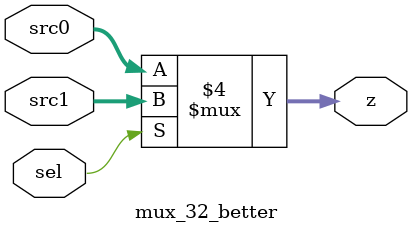
<source format=v>
module mux_32_better (sel, src0, src1, z);
  
  input sel; // MODIFIED BY CAM
  input [31:0] src0;
  input [31:0] src1;
  output reg [31:0] z;
  

  always @(sel or src0 or src1)
      begin
        if (sel == 1'b0) z <= src0;
        else z <= src1;
      end
   
endmodule
</source>
